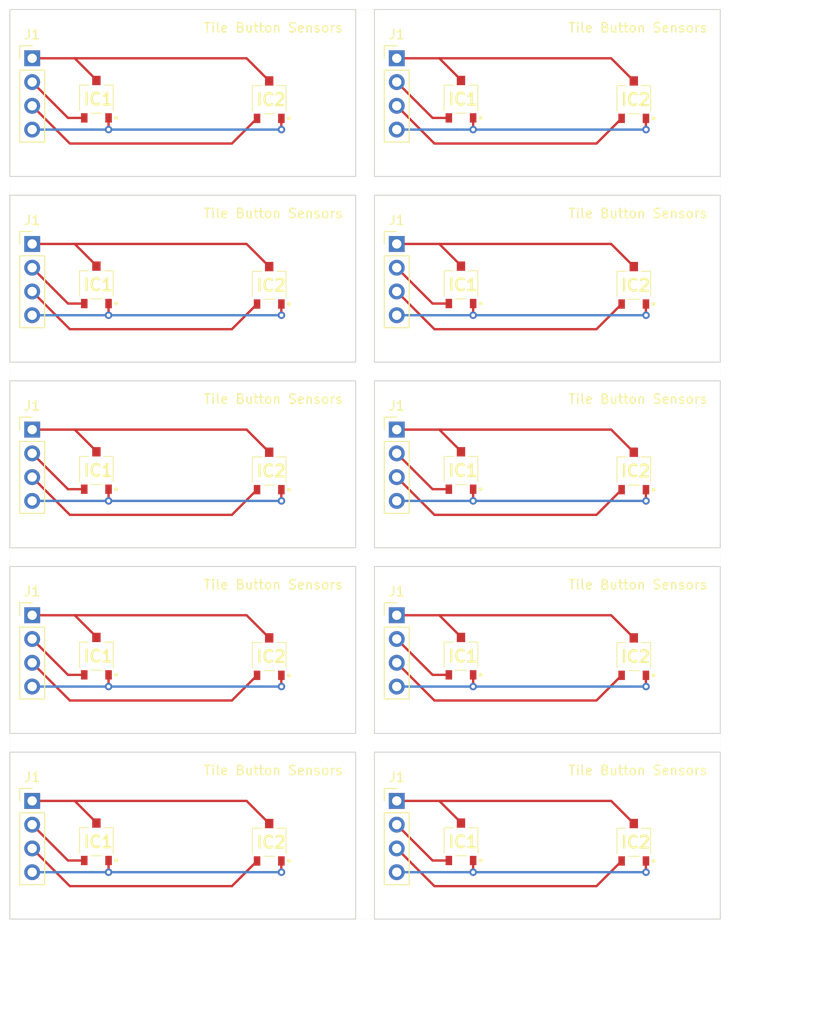
<source format=kicad_pcb>
(kicad_pcb (version 20221018) (generator pcbnew)
  (layers (0 "F.Cu" signal) (31 "B.Cu" signal) (34 "B.Paste" user) (35 "F.Paste" user) (36 "B.SilkS" user "B.Silkscreen") (37 "F.SilkS" user "F.Silkscreen") (38 "B.Mask" user) (39 "F.Mask" user) (44 "Edge.Cuts" user))
  (net 0 "")
  (net 1 "Net-(IC1-VCC)")
  (net 2 "Net-(IC1-GND)")
  (net 3 "Net-(IC1-OUT)")
  (net 4 "Net-(IC2-OUT)")
  (footprint "SamacSys_Parts:EQ430L" (layer "F.Cu") (at 134.302 51.562)
    (fp_text reference "IC2" (at 0.2 0) (layer "F.SilkS") (effects (font (size 1.27 1.27) (thickness 0.254))))
    (fp_text value "EQ430L" hide)
    (pad "1" smd rect (at 1.3 2) (size 0.7 1) (layers "F.Cu" "F.Paste" "F.Mask") (net 1 "Net-(IC1-VCC)"))
    (pad "2" smd rect (at 0 -2) (size 0.9 1) (layers "F.Cu" "F.Paste" "F.Mask") (net 2 "Net-(IC1-GND)"))
    (pad "3" smd rect (at -1.3 2) (size 0.7 1) (layers "F.Cu" "F.Paste" "F.Mask") (net 4 "Net-(IC2-OUT)"))
  )
  (footprint "SamacSys_Parts:EQ430L" (layer "F.Cu") (at 115.822 111.032)
    (fp_text reference "IC1" (at 0.2 0) (layer "F.SilkS") (effects (font (size 1.27 1.27) (thickness 0.254))))
    (fp_text value "EQ430L" hide)
    (pad "1" smd rect (at 1.3 2) (size 0.7 1) (layers "F.Cu" "F.Paste" "F.Mask") (net 1 "Net-(IC1-VCC)"))
    (pad "2" smd rect (at 0 -2) (size 0.9 1) (layers "F.Cu" "F.Paste" "F.Mask") (net 2 "Net-(IC1-GND)"))
    (pad "3" smd rect (at -1.3 2) (size 0.7 1) (layers "F.Cu" "F.Paste" "F.Mask") (net 3 "Net-(IC1-OUT)"))
  )
  (footprint "SamacSys_Parts:EQ430L" (layer "F.Cu") (at 134.302 111.082)
    (fp_text reference "IC2" (at 0.2 0) (layer "F.SilkS") (effects (font (size 1.27 1.27) (thickness 0.254))))
    (fp_text value "EQ430L" hide)
    (pad "1" smd rect (at 1.3 2) (size 0.7 1) (layers "F.Cu" "F.Paste" "F.Mask") (net 1 "Net-(IC1-VCC)"))
    (pad "2" smd rect (at 0 -2) (size 0.9 1) (layers "F.Cu" "F.Paste" "F.Mask") (net 2 "Net-(IC1-GND)"))
    (pad "3" smd rect (at -1.3 2) (size 0.7 1) (layers "F.Cu" "F.Paste" "F.Mask") (net 4 "Net-(IC2-OUT)"))
  )
  (footprint "Connector_PinHeader_2.54mm:PinHeader_1x04_P2.54mm_Vertical" (layer "F.Cu") (at 108.952 126.502)
    (fp_text reference "J1" (at 0 -2.54) (layer "F.SilkS"))
    (fp_text value "Conn_01x04" hide)
    (pad "GND" thru_hole rect (at 0 0) (size 1.7 1.7) (drill 1) (layers "*.Cu" "*.Mask") (net 2 "Net-(IC1-GND)"))
    (pad "S1" thru_hole oval (at 0 2.54) (size 1.7 1.7) (drill 1) (layers "*.Cu" "*.Mask") (net 3 "Net-(IC1-OUT)"))
    (pad "S2" thru_hole oval (at 0 5.08) (size 1.7 1.7) (drill 1) (layers "*.Cu" "*.Mask") (net 4 "Net-(IC2-OUT)"))
    (pad "VCC" thru_hole oval (at 0 7.62) (size 1.7 1.7) (drill 1) (layers "*.Cu" "*.Mask") (net 1 "Net-(IC1-VCC)"))
  )
  (footprint "SamacSys_Parts:EQ430L" (layer "F.Cu") (at 76.832 130.872)
    (fp_text reference "IC1" (at 0.2 0) (layer "F.SilkS") (effects (font (size 1.27 1.27) (thickness 0.254))))
    (fp_text value "EQ430L" hide)
    (pad "1" smd rect (at 1.3 2) (size 0.7 1) (layers "F.Cu" "F.Paste" "F.Mask") (net 1 "Net-(IC1-VCC)"))
    (pad "2" smd rect (at 0 -2) (size 0.9 1) (layers "F.Cu" "F.Paste" "F.Mask") (net 2 "Net-(IC1-GND)"))
    (pad "3" smd rect (at -1.3 2) (size 0.7 1) (layers "F.Cu" "F.Paste" "F.Mask") (net 3 "Net-(IC1-OUT)"))
  )
  (footprint "SamacSys_Parts:EQ430L" (layer "F.Cu") (at 115.822 71.352)
    (fp_text reference "IC1" (at 0.2 0) (layer "F.SilkS") (effects (font (size 1.27 1.27) (thickness 0.254))))
    (fp_text value "EQ430L" hide)
    (pad "1" smd rect (at 1.3 2) (size 0.7 1) (layers "F.Cu" "F.Paste" "F.Mask") (net 1 "Net-(IC1-VCC)"))
    (pad "2" smd rect (at 0 -2) (size 0.9 1) (layers "F.Cu" "F.Paste" "F.Mask") (net 2 "Net-(IC1-GND)"))
    (pad "3" smd rect (at -1.3 2) (size 0.7 1) (layers "F.Cu" "F.Paste" "F.Mask") (net 3 "Net-(IC1-OUT)"))
  )
  (footprint "SamacSys_Parts:EQ430L" (layer "F.Cu") (at 76.832 91.192)
    (fp_text reference "IC1" (at 0.2 0) (layer "F.SilkS") (effects (font (size 1.27 1.27) (thickness 0.254))))
    (fp_text value "EQ430L" hide)
    (pad "1" smd rect (at 1.3 2) (size 0.7 1) (layers "F.Cu" "F.Paste" "F.Mask") (net 1 "Net-(IC1-VCC)"))
    (pad "2" smd rect (at 0 -2) (size 0.9 1) (layers "F.Cu" "F.Paste" "F.Mask") (net 2 "Net-(IC1-GND)"))
    (pad "3" smd rect (at -1.3 2) (size 0.7 1) (layers "F.Cu" "F.Paste" "F.Mask") (net 3 "Net-(IC1-OUT)"))
  )
  (footprint "Connector_PinHeader_2.54mm:PinHeader_1x04_P2.54mm_Vertical" (layer "F.Cu") (at 108.952 47.142)
    (fp_text reference "J1" (at 0 -2.54) (layer "F.SilkS"))
    (fp_text value "Conn_01x04" hide)
    (pad "GND" thru_hole rect (at 0 0) (size 1.7 1.7) (drill 1) (layers "*.Cu" "*.Mask") (net 2 "Net-(IC1-GND)"))
    (pad "S1" thru_hole oval (at 0 2.54) (size 1.7 1.7) (drill 1) (layers "*.Cu" "*.Mask") (net 3 "Net-(IC1-OUT)"))
    (pad "S2" thru_hole oval (at 0 5.08) (size 1.7 1.7) (drill 1) (layers "*.Cu" "*.Mask") (net 4 "Net-(IC2-OUT)"))
    (pad "VCC" thru_hole oval (at 0 7.62) (size 1.7 1.7) (drill 1) (layers "*.Cu" "*.Mask") (net 1 "Net-(IC1-VCC)"))
  )
  (footprint "SamacSys_Parts:EQ430L" (layer "F.Cu") (at 134.302 130.922)
    (fp_text reference "IC2" (at 0.2 0) (layer "F.SilkS") (effects (font (size 1.27 1.27) (thickness 0.254))))
    (fp_text value "EQ430L" hide)
    (pad "1" smd rect (at 1.3 2) (size 0.7 1) (layers "F.Cu" "F.Paste" "F.Mask") (net 1 "Net-(IC1-VCC)"))
    (pad "2" smd rect (at 0 -2) (size 0.9 1) (layers "F.Cu" "F.Paste" "F.Mask") (net 2 "Net-(IC1-GND)"))
    (pad "3" smd rect (at -1.3 2) (size 0.7 1) (layers "F.Cu" "F.Paste" "F.Mask") (net 4 "Net-(IC2-OUT)"))
  )
  (footprint "SamacSys_Parts:EQ430L" (layer "F.Cu") (at 95.312 51.562)
    (fp_text reference "IC2" (at 0.2 0) (layer "F.SilkS") (effects (font (size 1.27 1.27) (thickness 0.254))))
    (fp_text value "EQ430L" hide)
    (pad "1" smd rect (at 1.3 2) (size 0.7 1) (layers "F.Cu" "F.Paste" "F.Mask") (net 1 "Net-(IC1-VCC)"))
    (pad "2" smd rect (at 0 -2) (size 0.9 1) (layers "F.Cu" "F.Paste" "F.Mask") (net 2 "Net-(IC1-GND)"))
    (pad "3" smd rect (at -1.3 2) (size 0.7 1) (layers "F.Cu" "F.Paste" "F.Mask") (net 4 "Net-(IC2-OUT)"))
  )
  (footprint "SamacSys_Parts:EQ430L" (layer "F.Cu") (at 95.312 111.082)
    (fp_text reference "IC2" (at 0.2 0) (layer "F.SilkS") (effects (font (size 1.27 1.27) (thickness 0.254))))
    (fp_text value "EQ430L" hide)
    (pad "1" smd rect (at 1.3 2) (size 0.7 1) (layers "F.Cu" "F.Paste" "F.Mask") (net 1 "Net-(IC1-VCC)"))
    (pad "2" smd rect (at 0 -2) (size 0.9 1) (layers "F.Cu" "F.Paste" "F.Mask") (net 2 "Net-(IC1-GND)"))
    (pad "3" smd rect (at -1.3 2) (size 0.7 1) (layers "F.Cu" "F.Paste" "F.Mask") (net 4 "Net-(IC2-OUT)"))
  )
  (footprint "SamacSys_Parts:EQ430L" (layer "F.Cu") (at 134.302 71.402)
    (fp_text reference "IC2" (at 0.2 0) (layer "F.SilkS") (effects (font (size 1.27 1.27) (thickness 0.254))))
    (fp_text value "EQ430L" hide)
    (pad "1" smd rect (at 1.3 2) (size 0.7 1) (layers "F.Cu" "F.Paste" "F.Mask") (net 1 "Net-(IC1-VCC)"))
    (pad "2" smd rect (at 0 -2) (size 0.9 1) (layers "F.Cu" "F.Paste" "F.Mask") (net 2 "Net-(IC1-GND)"))
    (pad "3" smd rect (at -1.3 2) (size 0.7 1) (layers "F.Cu" "F.Paste" "F.Mask") (net 4 "Net-(IC2-OUT)"))
  )
  (footprint "Connector_PinHeader_2.54mm:PinHeader_1x04_P2.54mm_Vertical" (layer "F.Cu") (at 69.962 126.502)
    (fp_text reference "J1" (at 0 -2.54) (layer "F.SilkS"))
    (fp_text value "Conn_01x04" hide)
    (pad "GND" thru_hole rect (at 0 0) (size 1.7 1.7) (drill 1) (layers "*.Cu" "*.Mask") (net 2 "Net-(IC1-GND)"))
    (pad "S1" thru_hole oval (at 0 2.54) (size 1.7 1.7) (drill 1) (layers "*.Cu" "*.Mask") (net 3 "Net-(IC1-OUT)"))
    (pad "S2" thru_hole oval (at 0 5.08) (size 1.7 1.7) (drill 1) (layers "*.Cu" "*.Mask") (net 4 "Net-(IC2-OUT)"))
    (pad "VCC" thru_hole oval (at 0 7.62) (size 1.7 1.7) (drill 1) (layers "*.Cu" "*.Mask") (net 1 "Net-(IC1-VCC)"))
  )
  (footprint "SamacSys_Parts:EQ430L" (layer "F.Cu") (at 115.822 51.512)
    (fp_text reference "IC1" (at 0.2 0) (layer "F.SilkS") (effects (font (size 1.27 1.27) (thickness 0.254))))
    (fp_text value "EQ430L" hide)
    (pad "1" smd rect (at 1.3 2) (size 0.7 1) (layers "F.Cu" "F.Paste" "F.Mask") (net 1 "Net-(IC1-VCC)"))
    (pad "2" smd rect (at 0 -2) (size 0.9 1) (layers "F.Cu" "F.Paste" "F.Mask") (net 2 "Net-(IC1-GND)"))
    (pad "3" smd rect (at -1.3 2) (size 0.7 1) (layers "F.Cu" "F.Paste" "F.Mask") (net 3 "Net-(IC1-OUT)"))
  )
  (footprint "SamacSys_Parts:EQ430L" (layer "F.Cu") (at 115.822 91.192)
    (fp_text reference "IC1" (at 0.2 0) (layer "F.SilkS") (effects (font (size 1.27 1.27) (thickness 0.254))))
    (fp_text value "EQ430L" hide)
    (pad "1" smd rect (at 1.3 2) (size 0.7 1) (layers "F.Cu" "F.Paste" "F.Mask") (net 1 "Net-(IC1-VCC)"))
    (pad "2" smd rect (at 0 -2) (size 0.9 1) (layers "F.Cu" "F.Paste" "F.Mask") (net 2 "Net-(IC1-GND)"))
    (pad "3" smd rect (at -1.3 2) (size 0.7 1) (layers "F.Cu" "F.Paste" "F.Mask") (net 3 "Net-(IC1-OUT)"))
  )
  (footprint "Connector_PinHeader_2.54mm:PinHeader_1x04_P2.54mm_Vertical" (layer "F.Cu") (at 108.952 66.982)
    (fp_text reference "J1" (at 0 -2.54) (layer "F.SilkS"))
    (fp_text value "Conn_01x04" hide)
    (pad "GND" thru_hole rect (at 0 0) (size 1.7 1.7) (drill 1) (layers "*.Cu" "*.Mask") (net 2 "Net-(IC1-GND)"))
    (pad "S1" thru_hole oval (at 0 2.54) (size 1.7 1.7) (drill 1) (layers "*.Cu" "*.Mask") (net 3 "Net-(IC1-OUT)"))
    (pad "S2" thru_hole oval (at 0 5.08) (size 1.7 1.7) (drill 1) (layers "*.Cu" "*.Mask") (net 4 "Net-(IC2-OUT)"))
    (pad "VCC" thru_hole oval (at 0 7.62) (size 1.7 1.7) (drill 1) (layers "*.Cu" "*.Mask") (net 1 "Net-(IC1-VCC)"))
  )
  (footprint "SamacSys_Parts:EQ430L" (layer "F.Cu") (at 115.822 130.872)
    (fp_text reference "IC1" (at 0.2 0) (layer "F.SilkS") (effects (font (size 1.27 1.27) (thickness 0.254))))
    (fp_text value "EQ430L" hide)
    (pad "1" smd rect (at 1.3 2) (size 0.7 1) (layers "F.Cu" "F.Paste" "F.Mask") (net 1 "Net-(IC1-VCC)"))
    (pad "2" smd rect (at 0 -2) (size 0.9 1) (layers "F.Cu" "F.Paste" "F.Mask") (net 2 "Net-(IC1-GND)"))
    (pad "3" smd rect (at -1.3 2) (size 0.7 1) (layers "F.Cu" "F.Paste" "F.Mask") (net 3 "Net-(IC1-OUT)"))
  )
  (footprint "SamacSys_Parts:EQ430L" (layer "F.Cu") (at 95.312 130.922)
    (fp_text reference "IC2" (at 0.2 0) (layer "F.SilkS") (effects (font (size 1.27 1.27) (thickness 0.254))))
    (fp_text value "EQ430L" hide)
    (pad "1" smd rect (at 1.3 2) (size 0.7 1) (layers "F.Cu" "F.Paste" "F.Mask") (net 1 "Net-(IC1-VCC)"))
    (pad "2" smd rect (at 0 -2) (size 0.9 1) (layers "F.Cu" "F.Paste" "F.Mask") (net 2 "Net-(IC1-GND)"))
    (pad "3" smd rect (at -1.3 2) (size 0.7 1) (layers "F.Cu" "F.Paste" "F.Mask") (net 4 "Net-(IC2-OUT)"))
  )
  (footprint "SamacSys_Parts:EQ430L" (layer "F.Cu") (at 95.312 91.242)
    (fp_text reference "IC2" (at 0.2 0) (layer "F.SilkS") (effects (font (size 1.27 1.27) (thickness 0.254))))
    (fp_text value "EQ430L" hide)
    (pad "1" smd rect (at 1.3 2) (size 0.7 1) (layers "F.Cu" "F.Paste" "F.Mask") (net 1 "Net-(IC1-VCC)"))
    (pad "2" smd rect (at 0 -2) (size 0.9 1) (layers "F.Cu" "F.Paste" "F.Mask") (net 2 "Net-(IC1-GND)"))
    (pad "3" smd rect (at -1.3 2) (size 0.7 1) (layers "F.Cu" "F.Paste" "F.Mask") (net 4 "Net-(IC2-OUT)"))
  )
  (footprint "SamacSys_Parts:EQ430L" (layer "F.Cu") (at 76.832 51.512)
    (fp_text reference "IC1" (at 0.2 0) (layer "F.SilkS") (effects (font (size 1.27 1.27) (thickness 0.254))))
    (fp_text value "EQ430L" hide)
    (pad "1" smd rect (at 1.3 2) (size 0.7 1) (layers "F.Cu" "F.Paste" "F.Mask") (net 1 "Net-(IC1-VCC)"))
    (pad "2" smd rect (at 0 -2) (size 0.9 1) (layers "F.Cu" "F.Paste" "F.Mask") (net 2 "Net-(IC1-GND)"))
    (pad "3" smd rect (at -1.3 2) (size 0.7 1) (layers "F.Cu" "F.Paste" "F.Mask") (net 3 "Net-(IC1-OUT)"))
  )
  (footprint "SamacSys_Parts:EQ430L" (layer "F.Cu") (at 76.832 111.032)
    (fp_text reference "IC1" (at 0.2 0) (layer "F.SilkS") (effects (font (size 1.27 1.27) (thickness 0.254))))
    (fp_text value "EQ430L" hide)
    (pad "1" smd rect (at 1.3 2) (size 0.7 1) (layers "F.Cu" "F.Paste" "F.Mask") (net 1 "Net-(IC1-VCC)"))
    (pad "2" smd rect (at 0 -2) (size 0.9 1) (layers "F.Cu" "F.Paste" "F.Mask") (net 2 "Net-(IC1-GND)"))
    (pad "3" smd rect (at -1.3 2) (size 0.7 1) (layers "F.Cu" "F.Paste" "F.Mask") (net 3 "Net-(IC1-OUT)"))
  )
  (footprint "SamacSys_Parts:EQ430L" (layer "F.Cu") (at 134.302 91.242)
    (fp_text reference "IC2" (at 0.2 0) (layer "F.SilkS") (effects (font (size 1.27 1.27) (thickness 0.254))))
    (fp_text value "EQ430L" hide)
    (pad "1" smd rect (at 1.3 2) (size 0.7 1) (layers "F.Cu" "F.Paste" "F.Mask") (net 1 "Net-(IC1-VCC)"))
    (pad "2" smd rect (at 0 -2) (size 0.9 1) (layers "F.Cu" "F.Paste" "F.Mask") (net 2 "Net-(IC1-GND)"))
    (pad "3" smd rect (at -1.3 2) (size 0.7 1) (layers "F.Cu" "F.Paste" "F.Mask") (net 4 "Net-(IC2-OUT)"))
  )
  (footprint "Connector_PinHeader_2.54mm:PinHeader_1x04_P2.54mm_Vertical" (layer "F.Cu") (at 69.962 86.822)
    (fp_text reference "J1" (at 0 -2.54) (layer "F.SilkS"))
    (fp_text value "Conn_01x04" hide)
    (pad "GND" thru_hole rect (at 0 0) (size 1.7 1.7) (drill 1) (layers "*.Cu" "*.Mask") (net 2 "Net-(IC1-GND)"))
    (pad "S1" thru_hole oval (at 0 2.54) (size 1.7 1.7) (drill 1) (layers "*.Cu" "*.Mask") (net 3 "Net-(IC1-OUT)"))
    (pad "S2" thru_hole oval (at 0 5.08) (size 1.7 1.7) (drill 1) (layers "*.Cu" "*.Mask") (net 4 "Net-(IC2-OUT)"))
    (pad "VCC" thru_hole oval (at 0 7.62) (size 1.7 1.7) (drill 1) (layers "*.Cu" "*.Mask") (net 1 "Net-(IC1-VCC)"))
  )
  (footprint "Connector_PinHeader_2.54mm:PinHeader_1x04_P2.54mm_Vertical" (layer "F.Cu") (at 69.962 66.982)
    (fp_text reference "J1" (at 0 -2.54) (layer "F.SilkS"))
    (fp_text value "Conn_01x04" hide)
    (pad "GND" thru_hole rect (at 0 0) (size 1.7 1.7) (drill 1) (layers "*.Cu" "*.Mask") (net 2 "Net-(IC1-GND)"))
    (pad "S1" thru_hole oval (at 0 2.54) (size 1.7 1.7) (drill 1) (layers "*.Cu" "*.Mask") (net 3 "Net-(IC1-OUT)"))
    (pad "S2" thru_hole oval (at 0 5.08) (size 1.7 1.7) (drill 1) (layers "*.Cu" "*.Mask") (net 4 "Net-(IC2-OUT)"))
    (pad "VCC" thru_hole oval (at 0 7.62) (size 1.7 1.7) (drill 1) (layers "*.Cu" "*.Mask") (net 1 "Net-(IC1-VCC)"))
  )
  (footprint "Connector_PinHeader_2.54mm:PinHeader_1x04_P2.54mm_Vertical" (layer "F.Cu") (at 69.962 47.142)
    (fp_text reference "J1" (at 0 -2.54) (layer "F.SilkS"))
    (fp_text value "Conn_01x04" hide)
    (pad "GND" thru_hole rect (at 0 0) (size 1.7 1.7) (drill 1) (layers "*.Cu" "*.Mask") (net 2 "Net-(IC1-GND)"))
    (pad "S1" thru_hole oval (at 0 2.54) (size 1.7 1.7) (drill 1) (layers "*.Cu" "*.Mask") (net 3 "Net-(IC1-OUT)"))
    (pad "S2" thru_hole oval (at 0 5.08) (size 1.7 1.7) (drill 1) (layers "*.Cu" "*.Mask") (net 4 "Net-(IC2-OUT)"))
    (pad "VCC" thru_hole oval (at 0 7.62) (size 1.7 1.7) (drill 1) (layers "*.Cu" "*.Mask") (net 1 "Net-(IC1-VCC)"))
  )
  (footprint "SamacSys_Parts:EQ430L" (layer "F.Cu") (at 95.312 71.402)
    (fp_text reference "IC2" (at 0.2 0) (layer "F.SilkS") (effects (font (size 1.27 1.27) (thickness 0.254))))
    (fp_text value "EQ430L" hide)
    (pad "1" smd rect (at 1.3 2) (size 0.7 1) (layers "F.Cu" "F.Paste" "F.Mask") (net 1 "Net-(IC1-VCC)"))
    (pad "2" smd rect (at 0 -2) (size 0.9 1) (layers "F.Cu" "F.Paste" "F.Mask") (net 2 "Net-(IC1-GND)"))
    (pad "3" smd rect (at -1.3 2) (size 0.7 1) (layers "F.Cu" "F.Paste" "F.Mask") (net 4 "Net-(IC2-OUT)"))
  )
  (footprint "Connector_PinHeader_2.54mm:PinHeader_1x04_P2.54mm_Vertical" (layer "F.Cu") (at 108.952 106.662)
    (fp_text reference "J1" (at 0 -2.54) (layer "F.SilkS"))
    (fp_text value "Conn_01x04" hide)
    (pad "GND" thru_hole rect (at 0 0) (size 1.7 1.7) (drill 1) (layers "*.Cu" "*.Mask") (net 2 "Net-(IC1-GND)"))
    (pad "S1" thru_hole oval (at 0 2.54) (size 1.7 1.7) (drill 1) (layers "*.Cu" "*.Mask") (net 3 "Net-(IC1-OUT)"))
    (pad "S2" thru_hole oval (at 0 5.08) (size 1.7 1.7) (drill 1) (layers "*.Cu" "*.Mask") (net 4 "Net-(IC2-OUT)"))
    (pad "VCC" thru_hole oval (at 0 7.62) (size 1.7 1.7) (drill 1) (layers "*.Cu" "*.Mask") (net 1 "Net-(IC1-VCC)"))
  )
  (footprint "Connector_PinHeader_2.54mm:PinHeader_1x04_P2.54mm_Vertical" (layer "F.Cu") (at 108.952 86.822)
    (fp_text reference "J1" (at 0 -2.54) (layer "F.SilkS"))
    (fp_text value "Conn_01x04" hide)
    (pad "GND" thru_hole rect (at 0 0) (size 1.7 1.7) (drill 1) (layers "*.Cu" "*.Mask") (net 2 "Net-(IC1-GND)"))
    (pad "S1" thru_hole oval (at 0 2.54) (size 1.7 1.7) (drill 1) (layers "*.Cu" "*.Mask") (net 3 "Net-(IC1-OUT)"))
    (pad "S2" thru_hole oval (at 0 5.08) (size 1.7 1.7) (drill 1) (layers "*.Cu" "*.Mask") (net 4 "Net-(IC2-OUT)"))
    (pad "VCC" thru_hole oval (at 0 7.62) (size 1.7 1.7) (drill 1) (layers "*.Cu" "*.Mask") (net 1 "Net-(IC1-VCC)"))
  )
  (footprint "SamacSys_Parts:EQ430L" (layer "F.Cu") (at 76.832 71.352)
    (fp_text reference "IC1" (at 0.2 0) (layer "F.SilkS") (effects (font (size 1.27 1.27) (thickness 0.254))))
    (fp_text value "EQ430L" hide)
    (pad "1" smd rect (at 1.3 2) (size 0.7 1) (layers "F.Cu" "F.Paste" "F.Mask") (net 1 "Net-(IC1-VCC)"))
    (pad "2" smd rect (at 0 -2) (size 0.9 1) (layers "F.Cu" "F.Paste" "F.Mask") (net 2 "Net-(IC1-GND)"))
    (pad "3" smd rect (at -1.3 2) (size 0.7 1) (layers "F.Cu" "F.Paste" "F.Mask") (net 3 "Net-(IC1-OUT)"))
  )
  (footprint "Connector_PinHeader_2.54mm:PinHeader_1x04_P2.54mm_Vertical" (layer "F.Cu") (at 69.962 106.662)
    (fp_text reference "J1" (at 0 -2.54) (layer "F.SilkS"))
    (fp_text value "Conn_01x04" hide)
    (pad "GND" thru_hole rect (at 0 0) (size 1.7 1.7) (drill 1) (layers "*.Cu" "*.Mask") (net 2 "Net-(IC1-GND)"))
    (pad "S1" thru_hole oval (at 0 2.54) (size 1.7 1.7) (drill 1) (layers "*.Cu" "*.Mask") (net 3 "Net-(IC1-OUT)"))
    (pad "S2" thru_hole oval (at 0 5.08) (size 1.7 1.7) (drill 1) (layers "*.Cu" "*.Mask") (net 4 "Net-(IC2-OUT)"))
    (pad "VCC" thru_hole oval (at 0 7.62) (size 1.7 1.7) (drill 1) (layers "*.Cu" "*.Mask") (net 1 "Net-(IC1-VCC)"))
  )
  (gr_rect (start 67.572 121.292) (end 104.562 139.132) (stroke (width 0.1)) (fill none) (layer "Edge.Cuts"))
  (gr_rect (start 67.572 61.772) (end 104.562 79.612) (stroke (width 0.1)) (fill none) (layer "Edge.Cuts"))
  (gr_rect (start 106.562 81.612) (end 143.552 99.452) (stroke (width 0.1)) (fill none) (layer "Edge.Cuts"))
  (gr_rect (start 67.572 81.612) (end 104.562 99.452) (stroke (width 0.1)) (fill none) (layer "Edge.Cuts"))
  (gr_rect (start 106.562 41.932) (end 143.552 59.772) (stroke (width 0.1)) (fill none) (layer "Edge.Cuts"))
  (gr_rect (start 67.572 101.452) (end 104.562 119.292) (stroke (width 0.1)) (fill none) (layer "Edge.Cuts"))
  (gr_rect (start 67.572 41.932) (end 143.552 139.132) (stroke (width 0.01)) (fill none) (layer "Edge.Cuts"))
  (gr_rect (start 106.562 101.452) (end 143.552 119.292) (stroke (width 0.1)) (fill none) (layer "Edge.Cuts"))
  (gr_rect (start 106.562 61.772) (end 143.552 79.612) (stroke (width 0.1)) (fill none) (layer "Edge.Cuts"))
  (gr_rect (start 67.572 41.932) (end 104.562 59.772) (stroke (width 0.1)) (fill none) (layer "Edge.Cuts"))
  (gr_rect (start 106.562 121.292) (end 143.552 139.132) (stroke (width 0.1)) (fill none) (layer "Edge.Cuts"))
  (gr_text "Tile Button Sensors" (at 127.212 84.142) (layer "F.SilkS") (effects (font (size 1 1)) (justify left bottom)))
  (gr_text "Tile Button Sensors" (at 127.212 44.462) (layer "F.SilkS") (effects (font (size 1 1)) (justify left bottom)))
  (gr_text "Tile Button Sensors" (at 88.222 103.982) (layer "F.SilkS") (effects (font (size 1 1)) (justify left bottom)))
  (gr_text "Tile Button Sensors" (at 88.222 44.462) (layer "F.SilkS") (effects (font (size 1 1)) (justify left bottom)))
  (gr_text "Tile Button Sensors" (at 88.222 123.822) (layer "F.SilkS") (effects (font (size 1 1)) (justify left bottom)))
  (gr_text "Tile Button Sensors" (at 127.212 103.982) (layer "F.SilkS") (effects (font (size 1 1)) (justify left bottom)))
  (gr_text "Tile Button Sensors" (at 88.222 64.302) (layer "F.SilkS") (effects (font (size 1 1)) (justify left bottom)))
  (gr_text "Tile Button Sensors" (at 127.212 64.302) (layer "F.SilkS") (effects (font (size 1 1)) (justify left bottom)))
  (gr_text "Tile Button Sensors" (at 88.222 84.142) (layer "F.SilkS") (effects (font (size 1 1)) (justify left bottom)))
  (gr_text "Tile Button Sensors" (at 127.212 123.822) (layer "F.SilkS") (effects (font (size 1 1)) (justify left bottom)))
  (segment (start 78.132 53.512) (end 78.132 54.752) (width 0.25) (layer "F.Cu") (net 1))
  (segment (start 117.122 93.192) (end 117.122 94.432) (width 0.25) (layer "F.Cu") (net 1))
  (segment (start 135.602 73.402) (end 135.592 74.592) (width 0.25) (layer "F.Cu") (net 1))
  (segment (start 96.612 53.562) (end 96.602 54.752) (width 0.25) (layer "F.Cu") (net 1))
  (segment (start 135.602 53.562) (end 135.592 54.752) (width 0.25) (layer "F.Cu") (net 1))
  (segment (start 135.602 113.082) (end 135.592 114.272) (width 0.25) (layer "F.Cu") (net 1))
  (segment (start 135.602 132.922) (end 135.592 134.112) (width 0.25) (layer "F.Cu") (net 1))
  (segment (start 117.122 132.872) (end 117.122 134.112) (width 0.25) (layer "F.Cu") (net 1))
  (segment (start 117.122 73.352) (end 117.122 74.592) (width 0.25) (layer "F.Cu") (net 1))
  (segment (start 135.602 93.242) (end 135.592 94.432) (width 0.25) (layer "F.Cu") (net 1))
  (segment (start 78.132 132.872) (end 78.132 134.112) (width 0.25) (layer "F.Cu") (net 1))
  (segment (start 96.612 93.242) (end 96.602 94.432) (width 0.25) (layer "F.Cu") (net 1))
  (segment (start 78.132 93.192) (end 78.132 94.432) (width 0.25) (layer "F.Cu") (net 1))
  (segment (start 117.122 113.032) (end 117.122 114.272) (width 0.25) (layer "F.Cu") (net 1))
  (segment (start 96.612 73.402) (end 96.602 74.592) (width 0.25) (layer "F.Cu") (net 1))
  (segment (start 78.132 73.352) (end 78.132 74.592) (width 0.25) (layer "F.Cu") (net 1))
  (segment (start 78.132 113.032) (end 78.132 114.272) (width 0.25) (layer "F.Cu") (net 1))
  (segment (start 117.122 53.512) (end 117.122 54.752) (width 0.25) (layer "F.Cu") (net 1))
  (segment (start 96.612 113.082) (end 96.602 114.272) (width 0.25) (layer "F.Cu") (net 1))
  (segment (start 96.612 132.922) (end 96.602 134.112) (width 0.25) (layer "F.Cu") (net 1))
  (via (at 96.622 74.602) (size 0.8) (drill 0.4) (layers "F.Cu" "B.Cu") (net 1))
  (via (at 135.612 94.442) (size 0.8) (drill 0.4) (layers "F.Cu" "B.Cu") (net 1))
  (via (at 96.622 94.442) (size 0.8) (drill 0.4) (layers "F.Cu" "B.Cu") (net 1))
  (via (at 135.612 74.602) (size 0.8) (drill 0.4) (layers "F.Cu" "B.Cu") (net 1))
  (via (at 117.122 54.762) (size 0.8) (drill 0.4) (layers "F.Cu" "B.Cu") (net 1))
  (via (at 78.132 94.442) (size 0.8) (drill 0.4) (layers "F.Cu" "B.Cu") (net 1))
  (via (at 135.612 114.282) (size 0.8) (drill 0.4) (layers "F.Cu" "B.Cu") (net 1))
  (via (at 96.622 54.762) (size 0.8) (drill 0.4) (layers "F.Cu" "B.Cu") (net 1))
  (via (at 78.132 134.122) (size 0.8) (drill 0.4) (layers "F.Cu" "B.Cu") (net 1))
  (via (at 78.132 74.602) (size 0.8) (drill 0.4) (layers "F.Cu" "B.Cu") (net 1))
  (via (at 78.132 54.762) (size 0.8) (drill 0.4) (layers "F.Cu" "B.Cu") (net 1))
  (via (at 117.122 74.602) (size 0.8) (drill 0.4) (layers "F.Cu" "B.Cu") (net 1))
  (via (at 135.612 54.762) (size 0.8) (drill 0.4) (layers "F.Cu" "B.Cu") (net 1))
  (via (at 96.622 114.282) (size 0.8) (drill 0.4) (layers "F.Cu" "B.Cu") (net 1))
  (via (at 96.622 134.122) (size 0.8) (drill 0.4) (layers "F.Cu" "B.Cu") (net 1))
  (via (at 78.132 114.282) (size 0.8) (drill 0.4) (layers "F.Cu" "B.Cu") (net 1))
  (via (at 117.122 134.122) (size 0.8) (drill 0.4) (layers "F.Cu" "B.Cu") (net 1))
  (via (at 135.612 134.122) (size 0.8) (drill 0.4) (layers "F.Cu" "B.Cu") (net 1))
  (via (at 117.122 94.442) (size 0.8) (drill 0.4) (layers "F.Cu" "B.Cu") (net 1))
  (via (at 117.122 114.282) (size 0.8) (drill 0.4) (layers "F.Cu" "B.Cu") (net 1))
  (segment (start 108.952 94.442) (end 115.302 94.442) (width 0.25) (layer "B.Cu") (net 1))
  (segment (start 76.312 94.442) (end 78.132 94.442) (width 0.25) (layer "B.Cu") (net 1))
  (segment (start 69.962 114.282) (end 76.312 114.282) (width 0.25) (layer "B.Cu") (net 1))
  (segment (start 76.312 134.122) (end 78.132 134.122) (width 0.25) (layer "B.Cu") (net 1))
  (segment (start 76.312 54.762) (end 78.132 54.762) (width 0.25) (layer "B.Cu") (net 1))
  (segment (start 69.962 94.442) (end 76.312 94.442) (width 0.25) (layer "B.Cu") (net 1))
  (segment (start 76.312 114.282) (end 78.132 114.282) (width 0.25) (layer "B.Cu") (net 1))
  (segment (start 117.122 74.602) (end 135.602 74.602) (width 0.25) (layer "B.Cu") (net 1))
  (segment (start 115.302 134.122) (end 117.122 134.122) (width 0.25) (layer "B.Cu") (net 1))
  (segment (start 108.952 74.602) (end 115.302 74.602) (width 0.25) (layer "B.Cu") (net 1))
  (segment (start 117.122 54.762) (end 135.602 54.762) (width 0.25) (layer "B.Cu") (net 1))
  (segment (start 76.312 74.602) (end 78.132 74.602) (width 0.25) (layer "B.Cu") (net 1))
  (segment (start 69.962 74.602) (end 76.312 74.602) (width 0.25) (layer "B.Cu") (net 1))
  (segment (start 108.952 114.282) (end 115.302 114.282) (width 0.25) (layer "B.Cu") (net 1))
  (segment (start 69.962 134.122) (end 76.312 134.122) (width 0.25) (layer "B.Cu") (net 1))
  (segment (start 115.302 54.762) (end 117.122 54.762) (width 0.25) (layer "B.Cu") (net 1))
  (segment (start 115.302 94.442) (end 117.122 94.442) (width 0.25) (layer "B.Cu") (net 1))
  (segment (start 78.132 94.442) (end 96.612 94.442) (width 0.25) (layer "B.Cu") (net 1))
  (segment (start 69.962 54.762) (end 76.312 54.762) (width 0.25) (layer "B.Cu") (net 1))
  (segment (start 78.132 74.602) (end 96.612 74.602) (width 0.25) (layer "B.Cu") (net 1))
  (segment (start 78.132 54.762) (end 96.612 54.762) (width 0.25) (layer "B.Cu") (net 1))
  (segment (start 115.302 114.282) (end 117.122 114.282) (width 0.25) (layer "B.Cu") (net 1))
  (segment (start 108.952 134.122) (end 115.302 134.122) (width 0.25) (layer "B.Cu") (net 1))
  (segment (start 108.952 54.762) (end 115.302 54.762) (width 0.25) (layer "B.Cu") (net 1))
  (segment (start 117.122 94.442) (end 135.602 94.442) (width 0.25) (layer "B.Cu") (net 1))
  (segment (start 117.122 114.282) (end 135.602 114.282) (width 0.25) (layer "B.Cu") (net 1))
  (segment (start 78.132 134.122) (end 96.612 134.122) (width 0.25) (layer "B.Cu") (net 1))
  (segment (start 115.302 74.602) (end 117.122 74.602) (width 0.25) (layer "B.Cu") (net 1))
  (segment (start 78.132 114.282) (end 96.612 114.282) (width 0.25) (layer "B.Cu") (net 1))
  (segment (start 117.122 134.122) (end 135.602 134.122) (width 0.25) (layer "B.Cu") (net 1))
  (segment (start 115.822 89.142) (end 113.502 86.822) (width 0.25) (layer "F.Cu") (net 2))
  (segment (start 108.952 66.982) (end 113.502 66.982) (width 0.25) (layer "F.Cu") (net 2))
  (segment (start 69.962 66.982) (end 74.512 66.982) (width 0.25) (layer "F.Cu") (net 2))
  (segment (start 115.822 128.822) (end 113.502 126.502) (width 0.25) (layer "F.Cu") (net 2))
  (segment (start 92.892 66.982) (end 95.312 69.402) (width 0.25) (layer "F.Cu") (net 2))
  (segment (start 115.822 109.032) (end 115.822 108.982) (width 0.25) (layer "F.Cu") (net 2))
  (segment (start 115.822 69.352) (end 115.822 69.302) (width 0.25) (layer "F.Cu") (net 2))
  (segment (start 69.962 47.142) (end 74.512 47.142) (width 0.25) (layer "F.Cu") (net 2))
  (segment (start 74.512 66.982) (end 92.892 66.982) (width 0.25) (layer "F.Cu") (net 2))
  (segment (start 76.832 49.462) (end 74.512 47.142) (width 0.25) (layer "F.Cu") (net 2))
  (segment (start 113.502 86.822) (end 131.882 86.822) (width 0.25) (layer "F.Cu") (net 2))
  (segment (start 92.892 86.822) (end 95.312 89.242) (width 0.25) (layer "F.Cu") (net 2))
  (segment (start 74.512 126.502) (end 92.892 126.502) (width 0.25) (layer "F.Cu") (net 2))
  (segment (start 76.832 128.872) (end 76.832 128.822) (width 0.25) (layer "F.Cu") (net 2))
  (segment (start 113.502 126.502) (end 131.882 126.502) (width 0.25) (layer "F.Cu") (net 2))
  (segment (start 108.952 86.822) (end 113.502 86.822) (width 0.25) (layer "F.Cu") (net 2))
  (segment (start 69.962 86.822) (end 74.512 86.822) (width 0.25) (layer "F.Cu") (net 2))
  (segment (start 74.512 106.662) (end 92.892 106.662) (width 0.25) (layer "F.Cu") (net 2))
  (segment (start 74.512 86.822) (end 92.892 86.822) (width 0.25) (layer "F.Cu") (net 2))
  (segment (start 113.502 66.982) (end 131.882 66.982) (width 0.25) (layer "F.Cu") (net 2))
  (segment (start 76.832 49.512) (end 76.832 49.462) (width 0.25) (layer "F.Cu") (net 2))
  (segment (start 76.832 89.142) (end 74.512 86.822) (width 0.25) (layer "F.Cu") (net 2))
  (segment (start 92.892 47.142) (end 95.312 49.562) (width 0.25) (layer "F.Cu") (net 2))
  (segment (start 131.882 66.982) (end 134.302 69.402) (width 0.25) (layer "F.Cu") (net 2))
  (segment (start 115.822 69.302) (end 113.502 66.982) (width 0.25) (layer "F.Cu") (net 2))
  (segment (start 69.962 126.502) (end 74.512 126.502) (width 0.25) (layer "F.Cu") (net 2))
  (segment (start 76.832 89.192) (end 76.832 89.142) (width 0.25) (layer "F.Cu") (net 2))
  (segment (start 76.832 69.352) (end 76.832 69.302) (width 0.25) (layer "F.Cu") (net 2))
  (segment (start 131.882 47.142) (end 134.302 49.562) (width 0.25) (layer "F.Cu") (net 2))
  (segment (start 115.822 128.872) (end 115.822 128.822) (width 0.25) (layer "F.Cu") (net 2))
  (segment (start 131.882 106.662) (end 134.302 109.082) (width 0.25) (layer "F.Cu") (net 2))
  (segment (start 92.892 106.662) (end 95.312 109.082) (width 0.25) (layer "F.Cu") (net 2))
  (segment (start 115.822 89.192) (end 115.822 89.142) (width 0.25) (layer "F.Cu") (net 2))
  (segment (start 115.822 49.512) (end 115.822 49.462) (width 0.25) (layer "F.Cu") (net 2))
  (segment (start 131.882 86.822) (end 134.302 89.242) (width 0.25) (layer "F.Cu") (net 2))
  (segment (start 76.832 109.032) (end 76.832 108.982) (width 0.25) (layer "F.Cu") (net 2))
  (segment (start 131.882 126.502) (end 134.302 128.922) (width 0.25) (layer "F.Cu") (net 2))
  (segment (start 108.952 126.502) (end 113.502 126.502) (width 0.25) (layer "F.Cu") (net 2))
  (segment (start 76.832 128.822) (end 74.512 126.502) (width 0.25) (layer "F.Cu") (net 2))
  (segment (start 69.962 106.662) (end 74.512 106.662) (width 0.25) (layer "F.Cu") (net 2))
  (segment (start 115.822 49.462) (end 113.502 47.142) (width 0.25) (layer "F.Cu") (net 2))
  (segment (start 108.952 47.142) (end 113.502 47.142) (width 0.25) (layer "F.Cu") (net 2))
  (segment (start 115.822 108.982) (end 113.502 106.662) (width 0.25) (layer "F.Cu") (net 2))
  (segment (start 113.502 47.142) (end 131.882 47.142) (width 0.25) (layer "F.Cu") (net 2))
  (segment (start 76.832 69.302) (end 74.512 66.982) (width 0.25) (layer "F.Cu") (net 2))
  (segment (start 113.502 106.662) (end 131.882 106.662) (width 0.25) (layer "F.Cu") (net 2))
  (segment (start 108.952 106.662) (end 113.502 106.662) (width 0.25) (layer "F.Cu") (net 2))
  (segment (start 76.832 108.982) (end 74.512 106.662) (width 0.25) (layer "F.Cu") (net 2))
  (segment (start 74.512 47.142) (end 92.892 47.142) (width 0.25) (layer "F.Cu") (net 2))
  (segment (start 92.892 126.502) (end 95.312 128.922) (width 0.25) (layer "F.Cu") (net 2))
  (segment (start 108.952 109.202) (end 112.782 113.032) (width 0.25) (layer "F.Cu") (net 3))
  (segment (start 108.952 129.042) (end 112.782 132.872) (width 0.25) (layer "F.Cu") (net 3))
  (segment (start 73.792 53.512) (end 75.532 53.512) (width 0.25) (layer "F.Cu") (net 3))
  (segment (start 69.962 49.682) (end 73.792 53.512) (width 0.25) (layer "F.Cu") (net 3))
  (segment (start 112.782 113.032) (end 114.522 113.032) (width 0.25) (layer "F.Cu") (net 3))
  (segment (start 69.962 129.042) (end 73.792 132.872) (width 0.25) (layer "F.Cu") (net 3))
  (segment (start 73.792 113.032) (end 75.532 113.032) (width 0.25) (layer "F.Cu") (net 3))
  (segment (start 73.792 93.192) (end 75.532 93.192) (width 0.25) (layer "F.Cu") (net 3))
  (segment (start 73.792 132.872) (end 75.532 132.872) (width 0.25) (layer "F.Cu") (net 3))
  (segment (start 69.962 109.202) (end 73.792 113.032) (width 0.25) (layer "F.Cu") (net 3))
  (segment (start 112.782 132.872) (end 114.522 132.872) (width 0.25) (layer "F.Cu") (net 3))
  (segment (start 108.952 89.362) (end 112.782 93.192) (width 0.25) (layer "F.Cu") (net 3))
  (segment (start 112.782 53.512) (end 114.522 53.512) (width 0.25) (layer "F.Cu") (net 3))
  (segment (start 69.962 69.522) (end 73.792 73.352) (width 0.25) (layer "F.Cu") (net 3))
  (segment (start 73.792 73.352) (end 75.532 73.352) (width 0.25) (layer "F.Cu") (net 3))
  (segment (start 112.782 93.192) (end 114.522 93.192) (width 0.25) (layer "F.Cu") (net 3))
  (segment (start 69.962 89.362) (end 73.792 93.192) (width 0.25) (layer "F.Cu") (net 3))
  (segment (start 112.782 73.352) (end 114.522 73.352) (width 0.25) (layer "F.Cu") (net 3))
  (segment (start 108.952 69.522) (end 112.782 73.352) (width 0.25) (layer "F.Cu") (net 3))
  (segment (start 108.952 49.682) (end 112.782 53.512) (width 0.25) (layer "F.Cu") (net 3))
  (segment (start 73.992 95.932) (end 69.962 91.902) (width 0.25) (layer "F.Cu") (net 4))
  (segment (start 91.322 76.092) (end 73.992 76.092) (width 0.25) (layer "F.Cu") (net 4))
  (segment (start 130.312 135.612) (end 112.982 135.612) (width 0.25) (layer "F.Cu") (net 4))
  (segment (start 112.982 95.932) (end 108.952 91.902) (width 0.25) (layer "F.Cu") (net 4))
  (segment (start 94.012 113.082) (end 91.322 115.772) (width 0.25) (layer "F.Cu") (net 4))
  (segment (start 112.982 135.612) (end 108.952 131.582) (width 0.25) (layer "F.Cu") (net 4))
  (segment (start 130.312 95.932) (end 112.982 95.932) (width 0.25) (layer "F.Cu") (net 4))
  (segment (start 133.002 132.922) (end 130.312 135.612) (width 0.25) (layer "F.Cu") (net 4))
  (segment (start 130.312 76.092) (end 112.982 76.092) (width 0.25) (layer "F.Cu") (net 4))
  (segment (start 94.012 93.242) (end 91.322 95.932) (width 0.25) (layer "F.Cu") (net 4))
  (segment (start 73.992 56.252) (end 69.962 52.222) (width 0.25) (layer "F.Cu") (net 4))
  (segment (start 130.312 56.252) (end 112.982 56.252) (width 0.25) (layer "F.Cu") (net 4))
  (segment (start 112.982 115.772) (end 108.952 111.742) (width 0.25) (layer "F.Cu") (net 4))
  (segment (start 133.002 53.562) (end 130.312 56.252) (width 0.25) (layer "F.Cu") (net 4))
  (segment (start 130.312 115.772) (end 112.982 115.772) (width 0.25) (layer "F.Cu") (net 4))
  (segment (start 94.012 53.562) (end 91.322 56.252) (width 0.25) (layer "F.Cu") (net 4))
  (segment (start 73.992 135.612) (end 69.962 131.582) (width 0.25) (layer "F.Cu") (net 4))
  (segment (start 91.322 135.612) (end 73.992 135.612) (width 0.25) (layer "F.Cu") (net 4))
  (segment (start 112.982 76.092) (end 108.952 72.062) (width 0.25) (layer "F.Cu") (net 4))
  (segment (start 133.002 113.082) (end 130.312 115.772) (width 0.25) (layer "F.Cu") (net 4))
  (segment (start 133.002 73.402) (end 130.312 76.092) (width 0.25) (layer "F.Cu") (net 4))
  (segment (start 133.002 93.242) (end 130.312 95.932) (width 0.25) (layer "F.Cu") (net 4))
  (segment (start 94.012 132.922) (end 91.322 135.612) (width 0.25) (layer "F.Cu") (net 4))
  (segment (start 91.322 115.772) (end 73.992 115.772) (width 0.25) (layer "F.Cu") (net 4))
  (segment (start 94.012 73.402) (end 91.322 76.092) (width 0.25) (layer "F.Cu") (net 4))
  (segment (start 73.992 76.092) (end 69.962 72.062) (width 0.25) (layer "F.Cu") (net 4))
  (segment (start 112.982 56.252) (end 108.952 52.222) (width 0.25) (layer "F.Cu") (net 4))
  (segment (start 91.322 56.252) (end 73.992 56.252) (width 0.25) (layer "F.Cu") (net 4))
  (segment (start 91.322 95.932) (end 73.992 95.932) (width 0.25) (layer "F.Cu") (net 4))
  (segment (start 73.992 115.772) (end 69.962 111.742) (width 0.25) (layer "F.Cu") (net 4))
)
</source>
